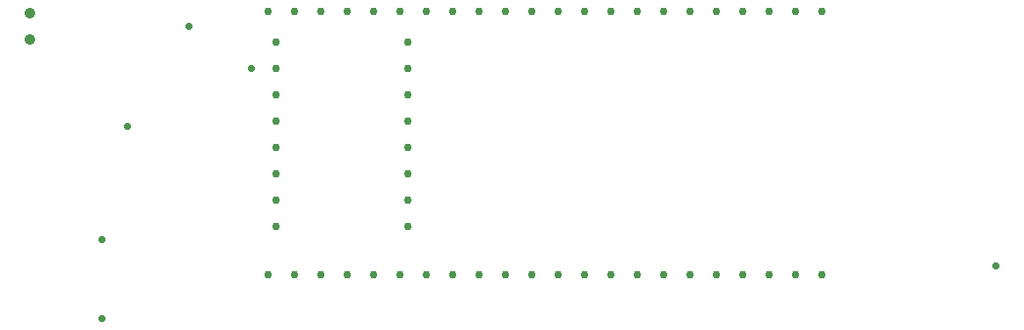
<source format=gbr>
%TF.GenerationSoftware,Altium Limited,Altium Designer,24.7.2 (38)*%
G04 Layer_Color=0*
%FSLAX45Y45*%
%MOMM*%
%TF.SameCoordinates,4658354D-353F-4C49-8F46-90FD7368F250*%
%TF.FilePolarity,Positive*%
%TF.FileFunction,Plated,1,4,PTH,Drill*%
%TF.Part,Single*%
G01*
G75*
%TA.AperFunction,ComponentDrill*%
%ADD56C,1.05000*%
%ADD57C,0.76200*%
%ADD58C,0.76200*%
%TA.AperFunction,ViaDrill,NotFilled*%
%ADD59C,0.71120*%
D56*
X3327400Y4974400D02*
D03*
Y4724400D02*
D03*
D57*
X6972300Y2921000D02*
D03*
Y3175000D02*
D03*
Y3429000D02*
D03*
Y3683000D02*
D03*
Y3937000D02*
D03*
Y4191000D02*
D03*
Y4445000D02*
D03*
Y4699000D02*
D03*
X5702300D02*
D03*
Y4445000D02*
D03*
Y4191000D02*
D03*
Y3937000D02*
D03*
Y3683000D02*
D03*
Y3429000D02*
D03*
Y3175000D02*
D03*
Y2921000D02*
D03*
D58*
X10706100Y4991100D02*
D03*
X10452100D02*
D03*
X10198100D02*
D03*
X9944100D02*
D03*
X9690100D02*
D03*
X9436100D02*
D03*
X9182100D02*
D03*
X8928100D02*
D03*
X8674100D02*
D03*
X8420100D02*
D03*
X8166100D02*
D03*
X7912100D02*
D03*
X7658100D02*
D03*
X7404100D02*
D03*
X7150100D02*
D03*
X6896100D02*
D03*
X6642100D02*
D03*
X6388100D02*
D03*
X6134100D02*
D03*
X5880100D02*
D03*
X5626100D02*
D03*
X10960100Y2451100D02*
D03*
X10706100D02*
D03*
X10452100D02*
D03*
X10198100D02*
D03*
X9944100D02*
D03*
X9690100D02*
D03*
X9436100D02*
D03*
X9182100D02*
D03*
X8928100D02*
D03*
X8674100D02*
D03*
X8420100D02*
D03*
X8166100D02*
D03*
X7912100D02*
D03*
X7658100D02*
D03*
X7404100D02*
D03*
X6896100D02*
D03*
X6642100D02*
D03*
X6388100D02*
D03*
X6134100D02*
D03*
X5880100D02*
D03*
X5626100D02*
D03*
X7150100D02*
D03*
X10960100Y4991100D02*
D03*
D59*
X5461000Y4445000D02*
D03*
X4025900Y2032000D02*
D03*
X4267200Y3886200D02*
D03*
X4025900Y2794000D02*
D03*
X4864100Y4851400D02*
D03*
X12636500Y2540000D02*
D03*
%TF.MD5,d2ebcee46fd4f8ff5d435d27e016d8ec*%
M02*

</source>
